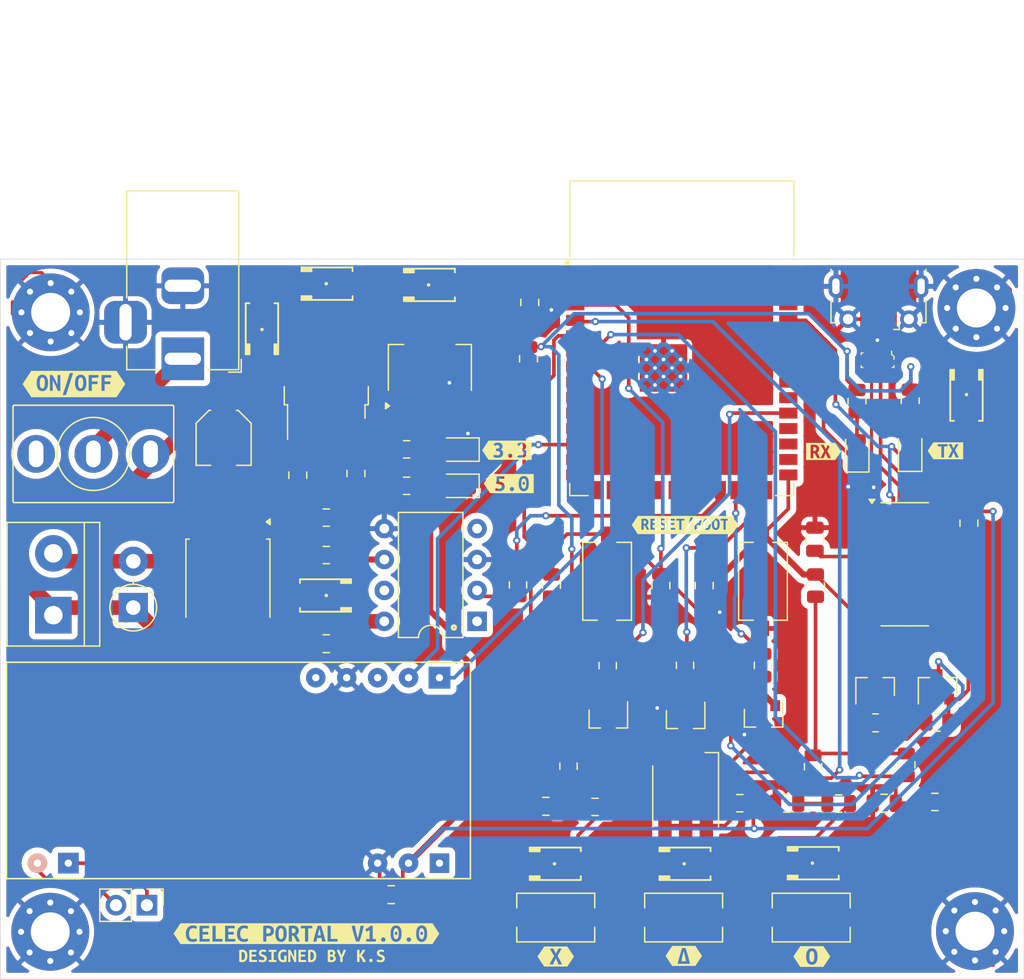
<source format=kicad_pcb>
(kicad_pcb (version 20240108) (generator "pcbnew") (generator_version "8.0")
  (layers (0 "F.Cu" signal) (31 "B.Cu" signal) (34 "B.Paste" user) (35 "F.Paste" user) (36 "B.SilkS" user "B.Silkscreen") (37 "F.SilkS" user "F.Silkscreen") (38 "B.Mask" user) (39 "F.Mask" user) (44 "Edge.Cuts" user))
  (net 0 "")
  (net 1 "GND")
  (net 2 "+5V")
  (net 3 "+3V3")
  (net 4 "VCC")
  (net 5 "bot3")
  (net 6 "bot2")
  (net 7 "bot1")
  (net 8 "/IO0")
  (net 9 "/EN")
  (net 10 "Net-(U4-V3)")
  (net 11 "Net-(D1-A)")
  (net 15 "USB_D-")
  (net 16 "USB_D+")
  (net 18 "Net-(D5-K)")
  (net 19 "Net-(D5-A)")
  (net 20 "VBUS")
  (net 21 "Net-(D7-A)")
  (net 22 "Net-(D8-A)")
  (net 23 "Net-(D9-A)")
  (net 24 "Net-(D11-A)")
  (net 25 "Net-(D12-A)")
  (net 26 "Net-(D14-A)")
  (net 27 "/RX")
  (net 28 "/TX")
  (net 29 "Net-(D15-A)")
  (net 31 "Net-(J2-Pad1)")
  (net 32 "Net-(J3-Pad2)")
  (net 33 "Net-(J3-Pad1)")
  (net 35 "Net-(OC1-Pad2)")
  (net 38 "Net-(Q2-B)")
  (net 39 "Net-(Q5-B)")
  (net 40 "/DTR")
  (net 41 "Net-(Q6-B)")
  (net 42 "/RTS")
  (net 43 "open{slash}close")
  (net 44 "led1")
  (net 45 "led2")
  (net 46 "led3")
  (net 48 "RXRFID")
  (net 50 "TXRFID")
  (net 84 "/d+")
  (net 85 "/d-")
  (net 86 "Net-(Q1-B)")
  (net 87 "Net-(Q4-B)")
  (net 88 "Net-(D16-RK)")
  (net 89 "Net-(D16-BA)")
  (net 90 "Net-(D16-BK)")
  (net 91 "Net-(D16-GK)")
  (footprint "PCM_4ms_Resistor:R_0805_2012Metric" (layer "F.Cu") (at 178.5241 97.2324 -90)
    (property "Reference" "R5" (hide yes))
    (property "Value" "R" (hide yes))
  )
  (footprint "kibuzzard-66BBE129" (layer "F.Cu") (at 160.3525 77.5208)
    (property "Reference" "kibuzzard-66BBE129" (hide yes))
    (property "Value" "G***" (hide yes))
  )
  (footprint "PCM_4ms_Resistor:R_0805_2012Metric" (layer "F.Cu") (at 160.3525 89.0524 90)
    (property "Reference" "R16" (hide yes))
    (property "Value" "R" (hide yes))
  )
  (footprint "Resistor_SMD:R_0805_2012Metric" (layer "F.Cu") (at 171.0713 82.4992 90)
    (property "Reference" "R18" (hide yes))
    (property "Value" "10k" (hide yes))
  )
  (footprint "MountingHole:MountingHole_3.2mm_M3_Pad_Via" (layer "F.Cu") (at 184.2793 59.69)
    (property "Reference" "H2" (hide yes))
    (property "Value" "MountingHole_Pad" (hide yes))
  )
  (footprint "Resistor_SMD:R_0805_2012Metric" (layer "F.Cu") (at 149.3797 82.4992 90)
    (property "Reference" "R19" (hide yes))
    (property "Value" "10k" (hide yes))
  )
  (footprint "PCM_4ms_Resistor:R_0805_2012Metric" (layer "F.Cu") (at 152.9588 100.6856 180)
    (property "Reference" "R7" (hide yes))
    (property "Value" "R" (hide yes))
  )
  (footprint "Connector_PinHeader_2.54mm:PinHeader_1x02_P2.54mm_Vertical" (layer "F.Cu") (at 116.1565 108.7628 -90)
    (property "Reference" "J3" (hide yes))
    (property "Value" "PINHD_1x2_Male" (hide yes))
  )
  (footprint "Package_TO_SOTSMD:SOT-23" (layer "F.Cu") (at 160.4033 93.4836 -90)
    (property "Reference" "Q1" (hide yes))
    (property "Value" "BC817" (hide yes))
  )
  (footprint "Resistor_SMD:R_0805_2012Metric" (layer "F.Cu") (at 174.4749 67.3396 -90)
    (property "Reference" "R22" (hide yes))
    (property "Value" "10k" (hide yes))
  )
  (footprint "MountingHole:MountingHole_3.2mm_M3_Pad_Via" (layer "F.Cu") (at 184.1653 110.8964)
    (property "Reference" "H3" (hide yes))
    (property "Value" "MountingHole_Pad" (hide yes))
  )
  (footprint "MountingHole:MountingHole_3.2mm_M3_Pad_Via" (layer "F.Cu") (at 108.2193 110.9472)
    (property "Reference" "H4" (hide yes))
    (property "Value" "MountingHole_Pad" (hide yes))
  )
  (footprint "kibuzzard-66BBF1BD" (layer "F.Cu") (at 181.7393 71.4248)
    (property "Reference" "kibuzzard-66BBF1BD" (hide yes))
    (property "Value" "G***" (hide yes))
  )
  (footprint "digikey-footprints:UFDFN-10_2.5x1mm" (layer "F.Cu") (at 176.1673 63.9769 180)
    (property "Reference" "D2" (hide yes))
    (property "Value" "RCLAMP0524PATCT" (hide yes))
  )
  (footprint "PCM_4ms_Resistor:R_0805_2012Metric" (layer "F.Cu") (at 137.4864 71.3042)
    (property "Reference" "R3" (hide yes))
    (property "Value" "R" (hide yes))
  )
  (footprint "Capacitor_SMD:C_0805_2012Metric" (layer "F.Cu") (at 128.5517 73.4244 -90)
    (property "Reference" "C5" (hide yes))
    (property "Value" "C" (hide yes))
  )
  (footprint "kibuzzard-66BBE052" (layer "F.Cu") (at 145.8745 74.1172)
    (property "Reference" "kibuzzard-66BBE052" (hide yes))
    (property "Value" "G***" (hide yes))
  )
  (footprint "Connector_USB:USB_Micro-B_Molex-105017-0001" (layer "F.Cu") (at 176.2421 59.1419 180)
    (property "Reference" "J1" (hide yes))
    (property "Value" "USB_B_Micro" (hide yes))
  )
  (footprint "LED_SMD:LED_0805_2012Metric" (layer "F.Cu") (at 141.7597 74.3014 180)
    (property "Reference" "D1" (hide yes))
    (property "Value" "LED" (hide yes))
  )
  (footprint "Capacitor_SMD:C_0805_2012Metric" (layer "F.Cu") (at 158.3713 82.4992 90)
    (property "Reference" "C15" (hide yes))
    (property "Value" "0.1uf" (hide yes))
  )
  (footprint "RDM6300 (2):RDM6300" (layer "F.Cu") (at 123.6749 97.6884)
    (property "Reference" "RDM1" (hide yes))
    (property "Value" "RDM6300" (hide yes))
  )
  (footprint "PCM_4ms_Resistor:R_0805_2012Metric" (layer "F.Cu") (at 146.6365 82.4484 -90)
    (property "Reference" "R11" (hide yes))
    (property "Value" "R" (hide yes))
  )
  (footprint "Capacitor_SMD:C_0805_2012Metric" (layer "F.Cu") (at 183.6697 77.3684 -90)
    (property "Reference" "C1" (hide yes))
    (property "Value" "0.1uf" (hide yes))
  )
  (footprint "Capacitor_SMD:C_Elec_4x5.4" (layer "F.Cu") (at 122.4557 70.358 -90)
    (property "Reference" "C13" (hide yes))
    (property "Value" "4.7 uf" (hide yes))
  )
  (footprint "LED_SMD:LED_RGB_5050-6" (layer "F.Cu") (at 160.4033 99.822 -90)
    (property "Reference" "D16" (hide yes))
    (property "Value" "LED_RGB" (hide yes))
  )
  (footprint "PCM_4ms_Resistor:R_0805_2012Metric" (layer "F.Cu") (at 164.8506 100.3808 180)
    (property "Reference" "R14" (hide yes))
    (property "Value" "R" (hide yes))
  )
  (footprint "LED_SMD:LED_0805_2012Metric" (layer "F.Cu") (at 178.8437 71.4267 90)
    (property "Reference" "D15" (hide yes))
    (property "Value" "LED_Small" (hide yes))
  )
  (footprint "PCM_4ms_Switch:Switch_Toggle_SPDT_Mini_SolderLug" (layer "F.Cu") (at 111.7613 71.6788 -90)
    (property "Reference" "SW4" (hide yes))
    (property "Value" "Toggle_SPDT_SubMini_2pos" (hide yes))
  )
  (footprint "Capacitor_SMD:C_0805_2012Metric" (layer "F.Cu") (at 147.5001 63.8556 -90)
    (property "Reference" "C4" (hide yes))
    (property "Value" "C" (hide yes))
  )
  (footprint "kibuzzard-66BBFAF7" (layer "F.Cu") (at 110.1621 65.9384)
    (property "Reference" "kibuzzard-66BBFAF7" (hide yes))
    (property "Value" "G***" (hide yes))
  )
  (footprint "Package_TO_SOT_SMD:SOT-223-3_TabPin2" (layer "F.Cu") (at 139.3952 64.5986 90)
    (property "Reference" "U2" (hide yes))
    (property "Value" "AMS1117-3.3" (hide yes))
  )
  (footprint "PCM_4ms_Diode:D_DO-214AC_SMA" (layer "F.Cu") (at 130.8885 57.6916)
    (property "Reference" "D4" (hide yes))
    (property "Value" "1N4007" (hide yes))
  )
  (footprint "Package_TO_SOTSMD:SOT-23" (layer "F.Cu") (at 181.0931 90.8216 90)
    (property "Reference" "Q6" (hide yes))
    (property "Value" "BC817" (hide yes))
  )
  (footprint "PCM_4ms_Diode:D_DO-214AC_SMA" (layer "F.Cu") (at 139.2936 57.7914)
    (property "Reference" "D3" (hide yes))
    (property "Value" "1N4007" (hide yes))
  )
  (footprint "PCM_4ms_Diode:D_DO-214AC_SMA" (layer "F.Cu") (at 170.8173 105.3084)
    (property "Reference" "D11" (hide yes))
    (property "Value" "SMAJ5CA" (hide yes))
  )
  (footprint "PCM_4ms_Resistor:R_0805_2012Metric" (layer "F.Cu") (at 170.8681 97.3836 -90)
    (property "Reference" "R10" (hide yes))
    (property "Value" "R" (hide yes))
  )
  (footprint "Capacitor_SMD:C_0805_2012Metric" (layer "F.Cu") (at 130.8885 87.2744)
    (property "Reference" "C6" (hide yes))
    (property "Value" "C" (hide yes))
  )
  (footprint "PCM_4ms_Resistor:R_0805_2012Metric" (layer "F.Cu") (at 150.7827 97.334 -90)
    (property "Reference" "R8" (hide yes))
    (property "Value" "R" (hide yes))
  )
  (footprint "PCM_4ms_Resistor:R_0805_2012Metric" (layer "F.Cu") (at 130.8885 79.987367 180)
    (property "Reference" "R12" (hide yes))
    (property "Value" "10" (hide yes))
  )
  (footprint "kibuzzard-66BBF090" (layer "F.Cu") (at 129.2629 111.0996)
    (property "Reference" "kibuzzard-66BBF090" (hide yes))
    (property "Value" "G***" (hide yes))
  )
  (footprint "PCM_4ms_Resistor:R_0805_2012Metric" (layer "F.Cu") (at 130.8885 76.913034 180)
    (property "Reference" "R13" (hide yes))
    (property "Value" "100k" (hide yes))
  )
  (footprint "Button_Switch_SMD:SW_Tactile_SPST_NO_Straight_CK_PTS636Sx25SMTRLFS" (layer "F.Cu") (at 160.2367 109.7788)
    (property "Reference" "SW3" (hide yes))
    (property "Value" "SW_Push" (hide yes))
  )
  (footprint "Button_Switch_SMD:SW_Tactile_SPST_NO_Straight_CK_PTS636Sx25SMTRLFS" (layer "F.Cu") (at 149.7353 109.7788)
    (property "Reference" "SW2" (hide yes))
    (property "Value" "SW_Push" (hide yes))
  )
  (footprint "PCM_4ms_Diode:D_DO-214AC_SMA" (layer "F.Cu") (at 149.6337 105.3592)
    (property "Reference" "D8" (hide yes))
    (property "Value" "SMAJ5CA" (hide yes))
  )
  (footprint "PCM_4ms_Diode:D_DO-214AC_SMA" (layer "F.Cu") (at 125.6053 61.4568 90)
    (property "Reference" "D10" (hide yes))
    (property "Value" "SMAJ15CA" (hide yes))
  )
  (footprint "PCM_4ms_Diode:D_DO-214AC_SMA" (layer "F.Cu") (at 130.8885 83.312 180)
    (property "Reference" "D5" (hide yes))
    (property "Value" "1N4007" (hide yes))
  )
  (footprint "kibuzzard-66BBEF08" (layer "F.Cu") (at 160.2509 112.9284)
    (property "Reference" "kibuzzard-66BBEF08" (hide yes))
    (property "Value" "G***" (hide yes))
  )
  (footprint "Capacitor_SMD:C_0805_2012Metric" (layer "F.Cu") (at 133.3269 73.2872 -90)
    (property "Reference" "C3" (hide yes))
    (property "Value" "0.1uf" (hide yes))
  )
  (footprint "Connector_BarrelJack:BarrelJack_Horizontal" (layer "F.Cu") (at 119.1029 63.8612 -90)
    (property "Reference" "J2" (hide yes))
    (property "Value" "Barrel_Jack_Switch" (hide yes))
  )
  (footprint "Capacitor_SMD:C_0805_2012Metric" (layer "F.Cu") (at 148.9225 100.6348 180)
    (property "Reference" "C11" (hide yes))
    (property "Value" "0.1uf" (hide yes))
  )
  (footprint "Capacitor_SMD:C_0805_2012Metric" (layer "F.Cu") (at 168.7031 100.3796 180)
    (property "Reference" "C12" (hide yes))
    (property "Value" "0.1uf" (hide yes))
  )
  (footprint "RF_Module:ESP32-S3-WROOM-1" (layer "F.Cu") (at 160.0861 62.156)
    (property "Reference" "U5" (hide yes))
    (property "Value" "ESP32-S3-WROOM-1" (hide yes))
  )
  (footprint "Capacitor_SMD:C_0805_2012Metric" (layer "F.Cu") (at 136.2225 107.8992)
    (property "Reference" "C16" (hide yes))
    (property "Value" "100nf" (hide yes))
  )
  (footprint "kibuzzard-66BBEED0" (layer "F.Cu") (at 149.7353 112.9792)
    (property "Reference" "kibuzzard-66BBEED0" (hide yes))
    (property "Value" "G***" (hide yes))
  )
  (footprint "TerminalBlock:TerminalBlock_bornier-2_P5.08mm" (layer "F.Cu") (at 108.4747 84.929 90)
    (property "Reference" "J4" (hide yes))
    (property "Value" "Screw_Terminal_01x02" (hide yes))
  )
  (footprint "PCM_4ms_Resistor:R_0805_2012Metric" (layer "F.Cu") (at 166.7533 89.0524 90)
    (property "Reference" "R15" (hide yes))
    (property "Value" "R" (hide yes))
  )
  (footprint "Diode_THT:D_DO-15_P3.81mm_Vertical_AnodeUp" (layer "F.Cu") (at 115.0379 84.3088 90)
    (property "Reference" "D12" (hide yes))
    (property "Value" "1N4148W" (hide yes))
  )
  (footprint "Capacitor_SMD:C_0805_2012Metric" (layer "F.Cu") (at 176.7101 100.3808 180)
    (property "Reference" "C10" (hide yes))
    (property "Value" "0.1uf" (hide yes))
  )
  (footprint "kibuzzard-66BBE167" (layer "F.Cu") (at 145.7221 71.374)
    (property "Reference" "kibuzzard-66BBE167" (hide yes))
    (property "Value" "G***" (hide yes))
  )
  (footprint "PCM_Package_DIP_AKL:DIP-8_W7.62mm" (layer "F.Cu") (at 143.2737 85.4356 180)
    (property "Reference" "OC1" (hide yes))
    (property "Value" "TLP350" (hide yes))
  )
  (footprint "Capacitor_SMD:C_0805_2012Metric" (layer "F.Cu") (at 171.0205 78.6892 90)
    (property "Reference" "C17" (hide yes))
    (property "Value" "100nf" (hide yes))
  )
  (footprint "LED_SMD:LED_0805_2012Metric" (layer "F.Cu") (at 141.7597 71.3232 180)
    (property "Reference" "D7" (hide yes))
    (property "Value" "LED" (hide yes))
  )
  (footprint "kibuzzard-66BBF1B2" (layer "F.Cu") (at 171.7317 71.4756)
    (property "Reference" "kibuzzard-66BBF1B2" (hide yes))
    (property "Value" "G***" (hide yes))
  )
  (footprint "Package_TO_SOTSMD:SOT-23" (layer "F.Cu") (at 166.8041 93.366 -90)
    (property "Reference" "Q4" (hide yes))
    (property "Value" "BC817" (hide yes))
  )
  (footprint "Button_Switch_SMD:SW_Tactile_SPST_NO_Straight_CK_PTS636Sx25SMTRLFS" (layer "F.Cu") (at 166.7533 82.1436 -90)
    (property "Reference" "SW5" (hide yes))
    (property "Value" "SW_Push" (hide yes))
  )
  (footprint "PCM_4ms_Resistor:R_0805_2012Metric" (layer "F.Cu") (at 180.8757 100.2792 180)
    (property "Reference" "R6" (hide yes))
    (property "Value" "R" (hide yes))
  )
  (footprint "Resistor_SMD:R_0805_2012Metric" (layer "F.Cu") (at 178.8437 67.3119 -90)
    (property "Reference" "R23" (hide yes))
    (property "Value" "10k" (hide yes))
  )
  (footprint "PCM_4ms_Diode:D_DO-214AC_SMA" (layer "F.Cu") (at 183.4665 66.802 -90)
    (property "Reference" "D6" (hide yes))
    (property "Value" "D_Schottky_Generic" (hide yes))
  )
  (footprint "Package_SO:SOIC-16_3.9x9.9mm_P1.27mm" (layer "F.Cu") (at 178.4007 80.7466)
    (property "Reference" "U4" (hide yes))
    (property "Value" "CH340C" (hide yes))
  )
  (footprint "Capacitor_SMD:C_0805_2012Metric" (layer "F.Cu") (at 161.9273 82.4992 90)
    (property "Reference" "C14" (hide yes))
    (property "Value" "0.1uf" (hide yes))
  )
  (footprint "Button_Switch_SMD:SW_Tactile_SPST_NO_Straight_CK_PTS636Sx25SMTRLFS" (layer "F.Cu") (at 170.7157 109.7788)
    (property "Reference" "SW1" (hide yes))
    (property "Value" "SW_Push" (hide yes))
  )
  (footprint "MountingHole:MountingHole_3.2mm_M3_Pad_Via" (layer "F.Cu") (at 108.252356 60.0456)
    (property "Reference" "H1" (hide yes))
    (property "Value" "MountingHole_Pad" (hide yes))
  )
  (footprint "PCM_4ms_Resistor:R_0805_2012Metric" (layer "F.Cu") (at 172.9703 100.4096 180)
    (property "Reference" "R9" (hide yes))
    (property "Value" "R" (hide yes))
  )
  (footprint "Button_Switch_SMD:SW_Tactile_SPST_NO_Straight_CK_PTS636Sx25SMTRLFS" (layer "F.Cu") (at 153.9517 82.1436 -90)
    (property "Reference" "SW6" (hide yes))
    (property "Value" "SW_Push" (hide yes))
  )
  (footprint "Resistor_SMD:R_0805_2012Metric" (layer "F.Cu") (at 181.0789 93.726)
    (property "Reference" "R20" (hide yes))
    (property "Value" "10k" (hide yes))
  )
  (footprint "Package_TO_SOTSMD:SOT-23" (layer "F.Cu") (at 175.9623 90.8216 90)
    (property "Reference" "Q5" (hide yes))
    (property "Value" "BC817" (hide yes))
  )
  (footprint "LED_SMD:LED_0805_2012Metric" (layer "F.Cu") (at 174.4987 71.4836 90)
    (property "Reference" "D14" (hide yes))
    (property "Value" "LED_Small" (hide yes))
  )
  (footprint "kibuzzard-66BC06DF" (layer "F.Cu") (at 129.7201 112.9284)
    (property "Reference" "kibuzzard-66BC06DF" (hide yes))
    (property "Value" "G***" (hide yes))
  )
  (footprint "PCM_4ms_Diode:D_DO-214AC_SMA" (layer "F.Cu") (at 160.2875 105.3592)
    (property "Reference" "D9" (hide yes))
    (property "Value" "SMAJ5CA" (hide yes))
  )
  (footprint "Package_TO_SOTSMD:SOT-23" (layer "F.Cu") (at 154.0533 93.4401 -90)
    (property "Reference" "Q2" (hide yes))
    (property "Value" "BC817" (hide yes))
  )
  (footprint "Capacitor_SMD:C_0805_2012Metric" (layer "F.Cu") (at 147.6017 59.2328 -90)
    (property "Reference" "C7" (hide yes))
    (property "Value" "0.1uf" (hide yes))
  )
  (footprint "PCM_4ms_Package_TO:TO-252-2" (layer "F.Cu") (at 130.8885 65.1764 90)
    (property "Reference" "U3" (hide yes))
    (property "Value" "L7805" (hide yes))
  )
  (footprint "PCM_4ms_Resistor:R_0805_2012Metric" (layer "F.Cu") (at 137.4864 74.3014)
    (property "Reference" "R4" (hide yes))
    (property "Value" "R" (hide yes))
  )
  (footprint "PCM_4ms_Resistor:R_0805_2012Metric" (layer "F.Cu") (at 154.0025 89.0757 90)
    (property "Reference" "R17" (hide yes))
    (property "Value" "R" (hide yes))
  )
  (footprint "Resistor_SMD:R_0805_2012Metric" (layer "F.Cu") (at 176.0008 93.7768 180)
    (property "Reference" "R21" (hide yes))
    (property "Value" "10k" (hide yes))
  )
  (footprint "Package_TO_SOT_SMD:TO-252-2" (layer "F.Cu") (at 122.8113 81.9912 -90)
    (property "Reference" "Q3" (hide yes))
    (property "Value" "IRLU3114Z" (hide yes))
  )
  (footprint "kibuzzard-66BBEF2E" (layer "F.Cu") (at 170.7665 112.9792)
    (property "Reference" "kibuzzard-66BBEF2E" (hide yes))
    (property "Value" "G***" (hide yes))
  )
  (gr_rect (start 104.1169 55.6768) (end 188.1909 114.808) (stroke (width 0.05)) (fill none) (layer "Edge.Cuts"))
  (segment (start 109.357556 112.999856) (end 107.6605 111.3028) (width 0.3) (layer "F.Cu") (net 1))
  (segment (start 187.0733 110.308688) (end 186.370356 109.605744) (width 0.254) (layer "F.Cu") (net 1))
  (segment (start 105.1081 59.182) (end 107.5081 59.182) (width 0.254) (layer "F.Cu") (net 1))
  (segment (start 155.8019 86.0186) (end 158.3713 83.4492) (width 0.3) (layer "F.Cu") (net 1))
  (segment (start 158.5861 63.916) (end 158.5861 65.316) (width 0.254) (layer "F.Cu") (net 1))
  (segment (start 187.065044 58.167232) (end 186.3621 57.464288) (width 0.254) (layer "F.Cu") (net 1))
  (segment (start 105.963444 109.605744) (end 107.6605 111.3028) (width 0.3) (layer "F.Cu") (net 1))
  (segment (start 110.0605 111.3028) (end 107.6605 111.3028) (width 0.3) (layer "F.Cu") (net 1))
  (segment (start 142.6972 70.1779) (end 142.5217 70.0024) (width 0.254) (layer "F.Cu") (net 1))
  (segment (start 186.3621 57.464288) (end 185.367988 57.464288) (width 0.254) (layer "F.Cu") (net 1))
  (segment (start 131.826 75.7381) (end 133.3269 74.2372) (width 0.3) (layer "F.Cu") (net 1))
  (segment (start 186.370356 112.005744) (end 187.0733 111.3028) (width 0.254) (layer "F.Cu") (net 1))
  (segment (start 147.9725 105.8916) (end 147.8953 105.9688) (width 0.3) (layer "F.Cu") (net 1))
  (segment (start 132.728566 77.8156) (end 131.826 76.913034) (width 0.3) (layer "F.Cu") (net 1))
  (segment (start 108.211044 57.484944) (end 107.5081 56.782) (width 0.254) (layer "F.Cu") (net 1))
  (segment (start 120.5313 76.9512) (end 120.5313 73.9574) (width 0.3) (layer "F.Cu") (net 1))
  (segment (start 159.9861 65.316) (end 159.9861 63.916) (width 0.254) (layer "F.Cu") (net 1))
  (segment (start 142.6972 71.3232) (end 142.6972 70.1779) (width 0.254) (layer "F.Cu") (net 1))
  (segment (start 156.3617 108.0546) (end 158.4475 105.9688) (width 0.3) (layer "F.Cu") (net 1))
  (segment (start 185.367988 57.464288) (end 184.665044 56.761344) (width 0.254) (layer "F.Cu") (net 1))
  (segment (start 105.1081 59.182) (end 105.1081 60.176112) (width 0.254) (layer "F.Cu") (net 1))
  (segment (start 129.287366 74.3744) (end 128.5517 74.3744) (width 0.3) (layer "F.Cu") (net 1))
  (segment (start 166.8407 108.1054) (end 168.9265 106.0196) (width 0.3) (layer "F.Cu") (net 1))
  (segment (start 156.3617 109.7788) (end 156.3617 108.0546) (width 0.3) (layer "F.Cu") (net 1))
  (segment (start 153.9517 86.0186) (end 155.8019 86.0186) (width 0.3) (layer "F.Cu") (net 1))
  (segment (start 135.6537 77.8156) (end 132.728566 77.8156) (width 0.3) (layer "F.Cu") (net 1))
  (segment (start 109.357556 109.605744) (end 107.6605 111.3028) (width 0.3) (layer "F.Cu") (net 1))
  (segment (start 186.370356 109.605744) (end 184.6733 111.3028) (width 0.254) (layer "F.Cu") (net 1))
  (segment (start 184.6733 113.7028) (end 185.667412 113.7028) (width 0.254) (layer "F.Cu") (net 1))
  (segment (start 187.0733 111.3028) (end 187.0733 110.308688) (width 0.254) (layer "F.Cu") (net 1))
  (segment (start 159.2861 63.216) (end 157.8861 63.216) (width 0.254) (layer "F.Cu") (net 1))
  (segment (start 164.1839 83.4492) (end 166.7533 86.0186) (width 0.3) (layer "F.Cu") (net 1))
  (segment (start 106.513988 56.782) (end 105.811044 57.484944) (width 0.254) (layer "F.Cu") (net 1))
  (segment (start 131.826 76.913034) (end 129.287366 74.3744) (width 0.3) (layer "F.Cu") (net 1))
  (segment (start 107.6605 113.7028) (end 107.6605 111.3028) (width 0.3) (layer "F.Cu") (net 1))
  (segment (start 105.2605 111.3028) (end 107.6605 111.3028) (width 0.3) (layer "F.Cu") (net 1))
  (segment (start 159.2861 66.016) (end 159.9861 65.316) (width 0.254) (layer "F.Cu") (net 1))
  (segment (start 159.2861 66.016) (end 159.2861 64.616) (width 0.254) (layer "F.Cu") (net 1))
  (segment (start 105.1081 60.176112) (end 105.811044 60.879056) (width 0.254) (layer "F.Cu") (net 1))
  (segment (start 182.976244 112.999856) (end 184.6733 111.3028) (width 0.254) (layer "F.Cu") (net 1))
  (segment (start 124.7971 74.3744) (end 122.4557 72.033) (width 0.3) (layer "F.Cu") (net 1))
  (segment (start 107.6605 108.9028) (end 107.6605 111.3028) (width 0.3) (layer "F.Cu") (net 1))
  (segment (start 128.5517 74.3744) (end 124.7971 74.3744) (width 0.3) (layer "F.Cu") (net 1))
  (segment (start 158.5861 63.916) (end 157.8861 64.616) (width 0.254) (layer "F.Cu") (net 1))
  (segment (start 145.8603 108.0038) (end 147.8953 105.9688) (width 0.3) (layer "F.Cu") (net 1))
  (segment (start 175.8465 76.2224) (end 175.9257 76.3016) (width 0.3) (layer "F.Cu") (net 1))
  (segment (start 107.5081 56.782) (end 106.513988 56.782) (width 0.254) (layer "F.Cu") (net 1))
  (segment (start 161.9273 83.4492) (end 164.1839 83.4492) (width 0.3) (layer "F.Cu") (net 1))
  (segment (start 174.9421 60.6044) (end 174.9421 58.2044) (width 0.3) (layer "F.Cu") (net 1))
  (segment (start 109.205156 57.484944) (end 108.211044 57.484944) (width 0.254) (layer "F.Cu") (net 1))
  (segment (start 147.9725 100.6348) (end 147.9725 105.8916) (width 0.3) (layer "F.Cu") (net 1))
  (segment (start 176.1513 63.5734) (end 176.1673 63.5894) (width 0.254) (layer "F.Cu") (net 1))
  (segment (start 135.2725 107.8992) (end 135.2725 105.476) (width 0.3) (layer "F.Cu") (net 1))
  (segment (start 174.9421 60.6044) (end 173.7421 60.6044) (width 0.3) (layer "F.Cu") (net 1))
  (segment (start 174.9421 58.2044) (end 175.2421 57.9044) (width 0.3) (layer "F.Cu") (net 1))
  (segment (start 176.1513 62.3316) (end 176.1513 63.5734) (width 0.254) (layer "F.Cu") (net 1))
  (segment (start 187.065044 60.155456) (end 186.3621 60.8584) (width 0.254) (layer "F.Cu") (net 1))
  (segment (start 157.8861 66.016) (end 157.1861 65.316) (width 0.254) (layer "F.Cu") (net 1))
  (segment (start 157.1861 63.916) (end 157.8861 64.616) (width 0.254) (layer "F.Cu") (net 1))
  (segment (start 131.826 76.913034) (end 131.826 75.7381) (width 0.3) (layer "F.Cu") (net 1))
  (segment (start 187.065044 59.161344) (end 187.065044 60.155456) (width 0.254) (layer "F.Cu") (net 1))
  (segment (start 135.2725 105.476) (end 135.1049 105.3084) (width 0.3) (layer "F.Cu") (net 1))
  (segment (start 187.065044 59.161344) (end 187.065044 58.167232) (width 0.254) (layer "F.Cu") (net 1))
  (segment (start 157.8861 66.016) (end 159.2861 66.016) (width 0.254) (layer "F.Cu") (net 1))
  (segment (start 145.8603 109.7788) (end 145.8603 108.0038) (width 0.3) (layer "F.Cu") (net 1))
  (segment (start 120.5313 73.9574) (end 122.4557 72.033) (width 0.3) (layer "F.Cu") (net 1))
  (segment (start 166.8407 109.7788) (end 166.8407 108.1054) (width 0.3) (layer "F.Cu") (net 1))
  (via (at 173.7637 74.3712) (size 0.6) (drill 0.3) (layers "F.Cu" "B.Cu") (net 1))
  (via (at 149.3797 59.8424) (size 0.6) (drill 0.3) (layers "F.Cu" "B.Cu") (net 1))
  (via (at 175.8465 74.422) (size 0.6) (drill 0.3) (layers "F.Cu" "B.Cu") (net 1))
  (via (at 165.2293 94.742) (size 0.6) (drill 0.3) (layers "F.Cu" "B.Cu") (net 1))
  (via (at 163.1973 84.6836) (size 0.6) (drill 0.3) (layers "F.Cu" "B.Cu") (net 1))
  (via (at 158.0665 92.5576) (size 0.6) (drill 0.3) (layers "F.Cu" "B.Cu") (net 1))
  (via (at 142.5217 70.0024) (size 0.6) (drill 0.3) (layers "F.Cu" "B.Cu") (net 1))
  (via (at 176.1513 62.3316) (size 0.6) (drill 0.3) (layers "F.Cu" "B.Cu") (net 1))
  (via (at 140.9977 65.8368) (size 0.6) (drill 0.3) (layers "F.Cu" "B.Cu") (net 1))
  (segment (start 168.2081 98.7876) (end 160.3929 90.9724) (width 0.3) (layer "B.Cu") (net 1))
  (segment (start 136.8037 78.9656) (end 135.6537 77.8156) (width 0.3) (layer "B.Cu") (net 1))
  (segment (start 174.904539 98.7876) (end 168.2081 98.7876) (width 0.3) (layer "B.Cu") (net 1))
  (segment (start 175.8465 97.845639) (end 174.904539 98.7876) (width 0.3) (layer "B.Cu") (net 1))
  (segment (start 133.1685 72.1788) (end 133.3269 72.3372) (width 0.5) (layer "F.Cu") (net 2))
  (segment (start 183.6189 68.7944) (end 183.6189 76.3676) (width 0.3) (layer "F.Cu") (net 2))
  (segment (start 144.5537 72.3392) (end 144.5537 70.6071) (width 0.5) (layer "F.Cu") (net 2))
  (segment (start 135.1557 60.0893) (end 135.1557 67.3892) (width 0.5) (layer "F.Cu") (net 2))
  (segment (start 142.4201 100.5332) (end 137.6449 105.3084) (width 0.5) (layer "F.Cu") (net 2))
  (segment (start 135.1557 67.3892) (end 133.1685 69.3764) (width 0.5) (layer "F.Cu") (net 2))
  (segment (start 133.1897 72.4744) (end 133.3269 72.3372) (width 0.5) (layer "F.Cu") (net 2))
  (segment (start 137.3538 57.6916) (end 137.4536 57.7914) (width 0.5) (layer "F.Cu") (net 2))
  (segment (start 137.4536 57.7914) (end 135.1557 60.0893) (width 0.5) (layer "F.Cu") (net 2))
  (segment (start 133.1685 69.3764) (end 133.1685 72.1788) (width 0.5) (layer "F.Cu") (net 2))
  (segment (start 132.7285 57.6916) (end 137.3538 57.6916) (width 0.5) (layer "F.Cu") (net 2))
  (segment (start 183.6697 76.4184) (end 180.9925 76.4184) (width 0.3) (layer "F.Cu") (net 2))
  (segment (start 183.4665 68.642) (end 183.6189 68.7944) (width 0.3) (layer "F.Cu") (net 2))
  (segment (start 139.4229 84.582) (end 141.1501 86.3092) (width 0.5) (layer "F.Cu") (net 2))
  (segment (start 139.4229 78.0288) (end 139.4229 84.582) (width 0.5) (layer "F.Cu") (net 2))
  (segment (start 144.5537 70.6071) (end 141.6952 67.7486) (width 0.5) (layer "F.Cu") (net 2))
  (segment (start 128.5517 72.4744) (end 133.1897 72.4744) (width 0.5) (layer "F.Cu") (net 2))
  (segment (start 136.5489 75.1548) (end 139.4229 78.0288) (width 0.5) (layer "F.Cu") (net 2))
  (segment (start 133.3269 72.3372) (end 134.5847 72.3372) (width 0.5) (layer "F.Cu") (net 2))
  (segment (start 134.5847 72.3372) (end 136.5489 74.3014) (width 0.5) (layer "F.Cu") (net 2))
  (segment (start 141.1501 87.3252) (end 142.4201 88.5952) (width 0.5) (layer "F.Cu") (net 2))
  (segment (start 142.4201 88.5952) (end 142.4201 100.5332) (width 0.5) (layer "F.Cu") (net 2))
  (segment (start 183.6189 76.3676) (end 183.6697 76.4184) (width 0.3) (layer "F.Cu") (net 2))
  (segment (start 137.1725 105.7808) (end 137.6449 105.3084) (width 0.3) (layer "F.Cu") (net 2))
  (segment (start 137.1725 107.8992) (end 137.1725 105.7808) (width 0.3) (layer "F.Cu") (net 2))
  (segment (start 165.9636 102.3851) (end 166.0421 102.4636) (width 0.3) (layer "F.Cu") (net 2))
  (segment (start 136.5489 74.3014) (end 136.5489 75.1548) (width 0.5) (layer "F.Cu") (net 2))
  (segment (start 165.9636 100.3808) (end 165.9636 102.3851) (width 0.3) (layer "F.Cu") (net 2))
  (segment (start 143.8425 73.0504) (end 144.5537 72.3392) (width 0.5) (layer "F.Cu") (net 2))
  (segment (start 137.7999 73.0504) (end 143.8425 73.0504) (width 0.5) (layer "F.Cu") (net 2))
  (segment (start 185.6509 76.4032) (end 183.6849 76.4032) (width 0.3) (layer "F.Cu") (net 2))
  (segment (start 136.5489 74.3014) (end 137.7999 73.0504) (width 0.5) (layer "F.Cu") (net 2))
  (segment (start 180.9925 76.4184) (end 180.8757 76.3016) (width 0.3) (layer "F.Cu") (net 2))
  (segment (start 183.6849 76.4032) (end 183.6697 76.4184) (width 0.3) (layer "F.Cu") (net 2))
  (segment (start 141.1501 86.3092) (end 141.1501 87.3252) (width 0.5) (layer "F.Cu") (net 2))
  (via (at 166.0421 102.4636) (size 0.6) (drill 0.3) (layers "F.Cu" "B.Cu") (net 2))
  (via (at 185.6509 76.4032) (size 0.6) (drill 0.3) (layers "F.Cu" "B.Cu") (net 2))
  (segment (start 137.6449 105.3084) (end 140.4897 102.4636) (width 0.3) (layer "B.Cu") (net 2))
  (segment (start 140.4897 102.4636) (end 166.0421 102.4636) (width 0.3) (layer "B.Cu") (net 2))
  (segment (start 175.3385 102.4636) (end 185.6509 92.1512) (width 0.3) (layer "B.Cu") (net 2))
  (segment (start 185.6509 92.1512) (end 185.6509 76.4032) (width 0.3) (layer "B.Cu") (net 2))
  (segment (start 166.0421 102.4636) (end 175.3385 102.4636) (width 0.3) (layer "B.Cu") (net 2))
  (segment (start 150.7827 96.3965) (end 151.482699 96.3965) (width 0.3) (layer "F.Cu") (net 3))
  (segment (start 139.3952 69.1157) (end 139.3952 67.7486) (width 0.5) (layer "F.Cu") (net 3))
  (segment (start 139.3952 60.7845) (end 141.1336 59.0461) (width 0.5) (layer "F.Cu") (net 3))
  (segment (start 148.5265 62.865476) (end 147.540224 62.865476) (width 0.3) (layer "F.Cu") (net 3))
  (segment (start 145.5189 60.9244) (end 147.5001 62.9056) (width 0.5) (layer "F.Cu") (net 3))
  (segment (start 171.0193 96.2949) (end 170.8681 96.4461) (width 0.3) (layer "F.Cu") (net 3))
  (segment (start 173.6621 65.6143) (end 174.4749 66.4271) (width 0.3) (layer "F.Cu") (net 3))
  (segment (start 141.1336 59.0461) (end 141.1336 57.7914) (width 0.5) (layer "F.Cu") (net 3))
  (segment (start 173.6621 63.246) (end 173.6621 65.6143) (width 0.3) (layer "F.Cu") (net 3))
  (segment (start 151.0561 81.7353) (end 151.0561 79.5528) (width 0.3) (layer "F.Cu") (net 3))
  (segment (start 149.3797 83.4117) (end 151.0561 81.7353) (width 0.3) (layer "F.Cu") (net 3))
  (segment (start 151.482699 96.3965) (end 153.858199 98.772) (width 0.3) (layer "F.Cu") (net 3))
  (segment (start 169.4734 97.8408) (end 170.8681 96.4461) (width 0.3) (layer "F.Cu") (net 3))
  (segment (start 151.0561 79.502) (end 151.05368 79.49958) (width 0.3) (layer "F.Cu") (net 3))
  (segment (start 151.2193 58.2828) (end 151.3361 58.166) (width 0.5) (layer "F.Cu") (net 3))
  (segment (start 147.6017 58.2828) (end 145.5189 58.2828) (width 0.5) (layer "F.Cu") (net 3))
  (segment (start 147.6017 58.2828) (end 151.2193 58.2828) (width 0.5) (layer "F.Cu") (net 3))
  (segment (start 136.5489 71.3042) (end 137.6989 70.1542) (width 0.5) (layer "F.Cu") (net 3))
  (segment (start 153.858199 98.772) (end 163.105207 98.772) (width 0.3) (layer "F.Cu") (net 3))
  (segment (start 150.7827 96.3965) (end 149.3797 94.9935) (width 0.3) (layer "F.Cu") (net 3))
  (segment (start 164.036407 97.8408) (end 169.4734 97.8408) (width 0.3) (layer "F.Cu") (net 3))
  (segment (start 141.625 58.2828) (end 141.1336 57.7914) (width 0.5) (layer "F.Cu") (net 3))
  (segment (start 139.3952 67.7486) (end 139.3952 61.4486) (width 0.5) (layer "F.Cu") (net 3))
  (segment (start 178.8945 66.3486) (end 178.8437 66.3994) (width 0.3) (layer "F.Cu") (net 3))
  (segment (start 137.6989 70.1542) (end 138.3567 70.1542) (width 0.5) (layer "F.Cu") (net 3))
  (segment (start 145.5189 58.2828) (end 141.625 58.2828) (width 0.5) (layer "F.Cu") (net 3))
  (segment (start 145.5189 58.2828) (end 145.5189 60.9244) (width 0.5) (layer "F.Cu") (net 3))
  (segment (start 163.105207 98.772) (end 164.036407 97.8408) (width 0.3) (layer "F.Cu") (net 3))
  (segment (start 171.0713 96.2429) (end 170.8681 96.4461) (width 0.3) (layer "F.Cu") (net 3))
  (segment (start 149.3797 94.9935) (end 149.3797 83.4117) (width 0.3) (layer "F.Cu") (net 3))
  (segment (start 178.5241 96.2949) (end 171.0193 96.2949) (width 0.3) (layer "F.Cu") (net 3))
  (segment (start 171.0713 83.4117) (end 171.0713 96.2429) (width 0.3) (layer "F.Cu") (net 3))
  (segment (start 151.0561 79.5528) (end 151.0561 79.502) (width 0.3) (layer "F.Cu") (net 3))
  (segment (start 147.540224 62.865476) (end 147.5001 62.9056) (width 0.3) (layer "F.Cu") (net 3))
  (segment (start 178.8945 64.516) (end 178.8945 66.3486) (width 0.3) (layer "F.Cu") (net 3))
  (segment (start 138.3567 70.1542) (end 139.3952 69.1157) (width 0.5) (layer "F.Cu") (net 3))
  (segment (start 139.3952 61.4486) (end 139.3952 60.7845) (width 0.5) (layer "F.Cu") (net 3))
  (via (at 148.5265 62.865476) (size 0.6) (drill 0.3) (layers "F.Cu" "B.Cu") (net 3))
  (via (at 178.8945 64.516) (size 0.6) (drill 0.3) (layers "F.Cu" "B.Cu") (net 3))
  (via (at 173.6621 63.246) (size 0.6) (drill 0.3) (layers "F.Cu" "B.Cu") (net 3))
  (via (at 151.05368 79.49958) (size 0.6) (drill 0.3) (layers "F.Cu" "B.Cu") (net 3))
  (segment (start 174.8305 66.4972) (end 178.0309 66.4972) (width 0.3) (layer "B.Cu") (net 3))
  (segment (start 170.5229 60.1576) (end 173.3573 62.992) (width 0.3) (layer "B.Cu") (net 3))
  (segment (start 149.9893 63.5508) (end 149.9893 75.890361) (width 0.3) (layer "B.Cu") (net 3))
  (segment (start 178.8945 65.6336) (end 178.8945 64.516) (width 0.3) (layer "B.Cu") (net 3))
  (segment (start 178.0309 66.4972) (end 178.8945 65.6336) (width 0.3) (layer "B.Cu") (net 3))
  (segment (start 151.234376 60.1576) (end 170.5229 60.1576) (width 0.3) (layer "B.Cu") (net 3))
  (segment (start 178.8945 64.516) (end 178.8945 64.4652) (width 0.3) (layer "B.Cu") (net 3))
  (segment (start 151.05368 76.954741) (end 151.05368 79.49958) (width 0.3) (layer "B.Cu") (net 3))
  (segment (start 173.6621 63.246) (end 173.6621 65.3288) (width 0.3) (layer "B.Cu") (net 3))
  (segment (start 149.9893 75.890361) (end 151.05368 76.954741) (width 0.3) (layer "B.Cu") (net 3))
  (segment (start 148.5265 62.865476) (end 149.303976 62.865476) (width 0.3) (layer "B.Cu") (net 3))
  (segment (start 173.6113 63.246) (end 173.6621 63.246) (width 0.3) (layer "B.Cu") (net 3))
  (segment (start 173.3573 62.992) (end 173.6113 63.246) (width 0.3) (layer "B.Cu") (net 3))
  (segment (start 148.5265 62.865476) (end 151.234376 60.1576) (width 0.3) (layer "B.Cu") (net 3))
  (segment (start 149.303976 62.865476) (end 149.9893 63.5508) (width 0.3) (layer "B.Cu") (net 3))
  (segment (start 173.6621 65.3288) (end 174.8305 66.4972) (width 0.3) (layer "B.Cu") (net 3))
  (segment (start 123.3813 59.7296) (end 124.3353 59.7296) (width 1.2) (layer "F.Cu") (net 4))
  (segment (start 131.0523 85.4356) (end 135.6537 85.4356) (width 1.2) (layer "F.Cu") (net 4))
  (segment (start 124.3353 59.7296) (end 126.3733 57.6916) (width 1.2) (layer "F.Cu") (net 4))
  (segment (start 108.6889 75.2856) (end 113.7181 75.2856) (width 1.2) (layer "F.Cu") (net 4))
  (segment (start 115.0379 84.3088) (end 118.7147 87.9856) (width 1.2) (layer "F.Cu") (net 4))
  (segment (start 108.3649 84.3088) (end 105.8441 81.788) (width 1.2) (layer "F.Cu") (net 4))
  (segment (start 105.8441 78.1304) (end 108.6889 75.2856) (width 1.2) (layer "F.Cu") (net 4))
  (segment (start 129.2273 87.9856) (end 129.9385 87.2744) (width 1.2) (layer "F.Cu") (net 4))
  (segment (start 126.3733 57.6916) (end 129.0485 57.6916) (width 1.2) (layer "F.Cu") (net 4))
  (segment (start 122.8113 68.3274) (end 122.8113 60.2996) (width 1.2) (layer "F.Cu") (net 4))
  (segment (start 122.4557 68.683) (end 127.9151 68.683) (width 1.2) (layer "F.Cu") (net 4))
  (segment (start 115.0379 84.3088) (end 108.3649 84.3088) (width 1.2) (layer "F.Cu") (net 4))
  (segment (start 127.9151 68.683) (end 128.6085 69.3764) (width 1.2) (layer "F.Cu") (net 4))
  (segment (start 129.9385 87.2744) (end 129.9385 86.5494) (width 1.2) (layer "F.Cu") (net 4))
  (segment (start 105.8441 81.788) (end 105.8441 78.1304) (width 1.2) (layer "F.Cu") (net 4))
  (segment (start 122.4557 68.683) (end 122.8113 68.3274) (width 1.2) (layer "F.Cu") (net 4))
  (segment (start 122.8113 60.2996) (end 123.3813 59.7296) (width 1.2) (layer "F.Cu") (net 4))
  (segment (start 114.4177 84.929) (end 115.0379 84.3088) (width 1.2) (layer "F.Cu") (net 4))
  (segment (start 113.7181 75.2856) (end 120.3207 68.683) (width 1.2) (layer "F.Cu") (net 4))
  (segment (start 120.3207 68.683) (end 122.4557 68.683) (width 1.2) (layer "F.Cu") (net 4))
  (segment (start 118.7147 87.9856) (end 129.2273 87.9856) (width 1.2) (layer "F.Cu") (net 4))
  (segment (start 129.9385 86.5494) (end 131.0523 85.4356) (width 1.2) (layer "F.Cu") (net 4))
  (segment (start 179.8366 100.3808) (end 179.9382 100.2792) (width 0.3) (layer "F.Cu") (net 5))
  (segment (start 177.6601 100.3808) (end 179.8366 100.3808) (width 0.3) (layer "F.Cu") (net 5))
  (segment (start 174.7532 98.1699) (end 174.6781 98.0948) (width 0.3) (layer "F.Cu") (net 5))
  (segment (start 178.5241 98.1699) (end 174.7532 98.1699) (width 0.3) (layer "F.Cu") (net 5))
  (segment (start 151.3361 63.246) (end 152.8849 63.246) (width 0.3) (layer "F.Cu") (net 5))
  (segment (start 177.6601 99.0339) (end 178.5241 98.1699) (width 0.3) (layer "F.Cu") (net 5))
  (segment (start 177.6601 100.3808) (end 177.6601 99.0339) (width 0.3) (layer "F.Cu") (net 5))
  (segment (start 152.8849 63.246) (end 154.2565 61.8744) (width 0.3) (layer "F.Cu") (net 5))
  (via (at 174.6781 98.0948) (size 0.6) (drill 0.3) (layers "F.Cu" "B.Cu") (net 5))
  (via (at 154.2565 61.8744) (size 0.6) (drill 0.3) (layers "F.Cu" "B.Cu") (net 5))
  (segment (start 174.4853 98.2876) (end 172.783261 98.2876) (width 0.3) (layer "B.Cu") (net 5))
  (segment (start 167.7693 93.273639) (end 167.7693 69.845161) (width 0.3) (layer "B.Cu") (net 5))
  (segment (start 172.783261 98.2876) (end 167.7693 93.273639) (width 0.3) (layer "B.Cu") (net 5))
  (segment (start 174.6781 98.0948) (end 174.4853 98.2876) (width 0.3) (layer "B.Cu") (net 5))
  (segment (start 159.798539 61.8744) (end 154.2565 61.8744) (width 0.3) (layer "B.Cu") (net 5))
  (segment (start 167.7693 69.845161) (end 159.798539 61.8744) (width 0.3) (layer "B.Cu") (net 5))
  (segment (start 149.8725 100.6348) (end 149.8725 99.1817) (width 0.3) (layer "F.Cu") (net 6))
  (segment (start 149.8725 99.1817) (end 150.7827 98.2715) (width 0.3) (layer "F.Cu") (net 6))
  (segment (start 147.1445 78.481161) (end 147.1445 67.6656) (width 0.3) (layer "F.Cu") (net 6))
  (segment (start 149.5829 62.3316) (end 149.9385 61.976) (width 0.3) (layer "F.Cu") (net 6))
  (segment (start 149.9233 100.6856) (end 149.8725 100.6348) (width 0.3) (layer "F.Cu") (net 6))
  (segment (start 152.0213 100.6856) (end 149.9233 100.6856) (width 0.3) (layer "F.Cu") (net 6))
  (segment (start 147.6865 95.1316) (end 147.6865 79.023161) (width 0.3) (layer "F.Cu") (net 6))
  (segment (start 147.1445 67.6656) (end 149.5829 65.2272) (width 0.3) (layer "F.Cu") (net 6))
  (segment (start 150.7827 98.2278) (end 147.6865 95.1316) (width 0.3) (layer "F.Cu") (net 6))
  (segment (start 150.7827 98.2715) (end 150.7827 98.2278) (width 0.3) (layer "F.Cu") (net 6))
  (segment (start 149.5829 65.2272) (end 149.5829 62.3316) (width 0.3) (layer "F.Cu") (net 6))
  (segment (start 147.6865 79.023161) (end 147.1445 78.481161) (width 0.3) (layer "F.Cu") (net 6))
  (segment (start 149.9385 61.976) (end 151.3361 61.976) (width 0.3) (layer "F.Cu") (net 6))
  (segment (start 170.8681 98.3211) (end 172.369 98.3211) (width 0.3) (layer "F.Cu") (net 7))
  (segment (start 169.6831 100.4096) (end 169.6531 100.3796) (width 0.3) (layer "F.Cu") (net 7))
  (segment (start 151.4377 60.8076) (end 151.3361 60.706) (width 0.3) (layer "F.Cu") (net 7))
  (segment (start 152.9865 60.8076) (end 151.4377 60.8076) (width 0.3) (layer "F.Cu") (net 7))
  (segment (start 169.6531 99.5361) (end 170.8681 98.3211) (width 0.3) (layer "F.Cu") (net 7))
  (segment (start 172.369 98.3211) (end 173.0525 97.6376) (width 0.3) (layer "F.Cu") (net 7))
  (segment (start 169.6531 100.3796) (end 169.6531 99.5361) (width 0.3) (layer "F.Cu") (net 7))
  (segment (start 172.0328 100.4096) (end 169.6831 100.4096) (width 0.3) (layer "F.Cu") (net 7))
  (via (at 173.0525 97.6376) (size 0.6) (drill 0.3) (layers "F.Cu" "B.Cu") (net 7))
  (via (at 152.9865 60.8076) (size 0.6) (drill 0.3) (layers "F.Cu" "B.Cu") (net 7))
  (segment (start 173.0525 71.2216) (end 162.6385 60.8076) (width 0.3) (layer "B.Cu") (net 7))
  (segment (start 152.6309 60.8076) (end 152.9865 60.8076) (width 0.3) (layer "B.Cu") (net 7))
  (segment (start 162.6385 60.8076) (end 152.9865 60.8076) (width 0.3) (layer "B.Cu") (net 7))
  (segment (start 173.0525 97.6376) (end 173.0525 71.2216) (width 0.3) (layer "B.Cu") (net 7))
  (segment (start 168.8361 73.406) (end 168.8361 76.1858) (width 0.3) (layer "F.Cu") (net 8))
  (segment (start 161.9273 81.5492) (end 163.4727 81.5492) (width 0.5) (layer "F.Cu") (net 8))
  (segment (start 170.0714 81.5867) (end 166.7533 78.2686) (width 0.5) (layer "F.Cu") (net 8))
  (segment (start 174.6007 88.46) (end 174.6007 85.1161) (width 0.3) (layer "F.Cu") (net 8))
  (segment (start 175.9623 89.8216) (end 174.6007 88.46) (width 0.3) (layer "F.Cu") (net 8))
  (segment (start 163.4727 81.5492) (end 166.7533 78.2686) (width 0.5) (layer "F.Cu") (net 8))
  (segment (start 174.6007 85.1161) (end 171.0713 81.5867) (width 0.3) (layer "F.Cu") (net 8))
  (segment (start 171.0713 81.5867) (end 170.0714 81.5867) (width 0.5) (layer "F.Cu") (net 8))
  (segment (start 168.8361 76.1858) (end 166.7533 78.2686) (width 0.3) (layer "F.Cu") (net 8))
  (segment (start 149.3797 81.5867) (end 149.3797 80.9752) (width 0.5) (layer "F.Cu") (net 9))
  (segment (start 155.7297 60.5028) (end 154.6629 59.436) (width 0.3) (layer "F.Cu") (net 9))
  (segment (start 164.1117 87.214056) (end 164.1117 95.6564) (width 0.3) (layer "F.Cu") (net 9))
  (segment (start 149.3797 79.5528) (end 149.3797 81.5867) (width 0.3) (layer "F.Cu") (net 9))
  (segment (start 158.3713 79.4512) (end 158.3713 81.5492) (width 0.3) (layer "F.Cu") (net 9))
  (segment (start 155.7297 66.294) (end 155.7297 60.5028) (width 0.3) (layer "F.Cu") (net 9))
  (segment (start 158.446844 81.5492) (end 164.1117 87.214056) (width 0.3) (layer "F.Cu") (net 9))
  (segment (start 150.6639 78.2686) (end 149.3797 79.5528) (width 0.3) (layer "F.Cu") (net 9))
  (segment (start 181.1805 89.7342) (end 181.0931 89.8216) (width 0.3) (layer "F.Cu") (net 9))
  (segment (start 153.9517 78.2686) (end 155.0907 78.2686) (width 0.3) (layer "F.Cu") (net 9))
  (segment (start 181.1805 88.7476) (end 181.1805 89.7342) (width 0.3) (layer "F.Cu") (net 9))
  (segment (start 158.3713 81.5492) (end 158.446844 81.5492) (width 0.3) (layer "F.Cu") (net 9))
  (segment (start 154.6629 59.436) (end 151.3361 59.436) (width 0.3) (layer "F.Cu") (net 9))
  (segment (start 153.9517 78.2686) (end 150.6639 78.2686) (width 0.3) (layer "F.Cu") (net 9))
  (segment (start 155.0907 78.2686) (end 158.3713 81.5492) (width 0.3) (layer "F.Cu") (net 9))
  (via (at 155.7297 66.294) (size 0.6) (drill 0.3) (layers "F.Cu" "B.Cu") (net 9))
  (via (at 181.1805 88.7476) (size 0.6) (drill 0.3) (layers "F.Cu" "B.Cu") (net 9))
  (via (at 158.3713 79.4512) (size 0.6) (drill 0.3) (layers "F.Cu" "B.Cu") (net 9))
  (via (at 164.1117 95.6564) (size 0.6) (drill 0.3) (layers "F.Cu" "B.Cu") (net 9))
  (segment (start 158.3713 79.4512) (end 158.5237 79.2988) (width 0.3) (layer "B.Cu") (net 9))
  (segment (start 158.5237 79.2988) (end 158.5237 69.088) (width 0.3) (layer "B.Cu") (net 9))
  (segment (start 168.9377 100.4824) (end 164.1117 95.6564) (width 0.3) (layer "B.Cu") (net 9))
  (segment (start 158.5237 69.088) (end 155.7297 66.294) (width 0.3) (layer "B.Cu") (net 9))
  (segment (start 181.1805 88.7476) (end 183.1617 90.7288) (width 0.3) (layer "B.Cu") (net 9))
  (segment (start 174.0685 100.4824) (end 168.9377 100.4824) (width 0.3) (layer "B.Cu") (net 9))
  (segment (start 183.1617 91.3892) (end 174.0685 100.4824) (width 0.3) (layer "B.Cu") (net 9))
  (segment (start 183.1617 90.7288) (end 183.1617 91.3892) (width 0.3) (layer "B.Cu") (net 9))
  (segment (start 175.9257 80.1116) (end 171.4929 80.1116) (width 0.3) (layer "F.Cu") (net 10))
  (segment (start 171.4929 80.1116) (end 171.0205 79.6392) (width 0.3) (layer "F.Cu") (net 10))
  (segment (start 138.4239 74.3014) (end 140.8222 74.3014) (width 0.5) (layer "F.Cu") (net 11))
  (segment (start 176.4133 65.2192) (end 176.6673 64.9652) (width 0.2) (layer "F.Cu") (net 15))
  (segment (start 176.6673 64.9652) (end 176.6673 64.4144) (width 0.2) (layer "F.Cu") (net 15))
  (segment (start 178.6405 81.110107) (end 177.099007 82.6516) (width 0.3) (layer "F.Cu") (net 15))
  (segment (start 176.4133 65.2192) (end 176.4133 71.6868) (width 0.3) (layer "F.Cu") (net 15))
  (segment (start 177.099007 82.6516) (end 175.9257 82.6516) (width 0.3) (layer "F.Cu") (net 15))
  (segment (start 178.6405 73.914) (end 178.6405 81.110107) (width 0.3) (layer "F.Cu") (net 15))
  (segment (start 176.4133 71.6868) (end 178.6405 73.914) (width 0.3) (layer "F.Cu") (net 15))
  (segment (start 177.9575 74.3112) (end 177.9575 80.4898) (width 0.3) (layer "F.Cu") (net 16))
  (segment (start 175.6403 65.1762) (end 175.6403 64.4144) (width 0.2) (layer "F.Cu") (net 16))
  (segment (start 175.6673 65.2032) (end 175.6673 72.021) (width 0.254) (layer "F.Cu") (net 16))
  (segment (start 175.6673 72.021) (end 177.9575 74.3112) (width 0.3) (layer "F.Cu") (net 16))
  (segment (start 177.0657 81.3816) (end 175.9257 81.3816) (width 0.3) (layer "F.Cu") (net 16))
  (segment (start 175.9257 81.3816) (end 176.6007 81.3816) (width 0.2) (layer "F.Cu") (net 16))
  (segment (start 177.9575 80.4898) (end 177.0657 81.3816) (width 0.3) (layer "F.Cu") (net 16))
  (segment (start 132.7285 83.7692) (end 132.7285 80.889867) (width 0.5) (layer "F.Cu") (net 18))
  (segment (start 135.6537 80.3556) (end 132.194233 80.3556) (width 0.5) (layer "F.Cu") (net 18))
  (segment (start 132.194233 80.3556) (end 131.826 79.987367) (width 0.5) (layer "F.Cu") (net 18))
  (segment (start 132.7285 80.889867) (end 131.826 79.987367) (width 0.5) (layer "F.Cu") (net 18))
  (segment (start 125.129466 76.913034) (end 125.0913 76.9512) (width 0.5) (layer "F.Cu") (net 19))
  (segment (start 129.0485 80.889867) (end 129.951 79.987367) (width 0.5) (layer "F.Cu") (net 19))
  (segment (start 129.951 76.913034) (end 125.129466 76.913034) (width 0.5) (layer "F.Cu") (net 19))
  (segment (start 129.951 79.987367) (end 129.951 76.913034) (width 0.5) (layer "F.Cu") (net 19))
  (segment (start 129.0485 83.7692) (end 129.0485 80.889867) (width 0.5) (layer "F.Cu") (net 19))
  (segment (start 178.51648 62.4332) (end 180.9377 62.4332) (width 0.3) (layer "F.Cu") (net 20))
  (segment (start 177.5421 60.6044) (end 177.5421 61.45882) (width 0.3) (layer "F.Cu") (net 20))
  (segment (start 177.5421 61.45882) (end 178.51648 62.4332) (width 0.3) (layer "F.Cu") (net 20))
  (segment (start 180.9377 62.4332) (end 183.4665 64.962) (width 0.3) (layer "F.Cu") (net 20))
  (segment (start 138.4239 71.3042) (end 140.8032 71.3042) (width 0.5) (layer "F.Cu") (net 21))
  (segment (start 140.8032 71.3042) (end 140.8222 71.3232) (width 0.5) (layer "F.Cu") (net 21))
  (segment (start 153.6103 108.0038) (end 151.5753 105.9688) (width 0.3) (layer "F.Cu") (net 22))
  (segment (start 151.5753 105.9688) (end 151.5753 103.0066) (width 0.3) (layer "F.Cu") (net 22))
  (segment (start 151.5753 103.0066) (end 153.8963 100.6856) (width 0.3) (layer "F.Cu") (net 22))
  (segment (start 153.6103 109.7788) (end 153.6103 108.0038) (width 0.3) (layer "F.Cu") (net 22))
  (segment (start 166.4801 104.8196) (end 168.0741 103.2256) (width 0.3) (layer "F.Cu") (net 23))
  (segment (start 163.2767 104.8196) (end 166.4801 104.8196) (width 0.3) (layer "F.Cu") (net 23))
  (segment (start 164.1117 109.7788) (end 164.1117 107.953) (width 0.3) (layer "F.Cu") (net 23))
  (segment (start 162.1275 105.9688) (end 163.2767 104.8196) (width 0.3) (layer "F.Cu") (net 23))
  (segment (start 168.0741 103.2256) (end 171.0918 103.2256) (width 0.3) (layer "F.Cu") (net 23))
  (segment (start 171.0918 103.2256) (end 173.9078 100.4096) (width 0.3) (layer "F.Cu") (net 23))
  (segment (start 164.1117 107.953) (end 162.1275 105.9688) (width 0.3) (layer "F.Cu") (net 23))
  (segment (start 176.0728 106.0196) (end 172.6065 106.0196) (width 0.3) (layer "F.Cu") (net 24))
  (segment (start 181.8132 100.2792) (end 176.0728 106.0196) (width 0.3) (layer "F.Cu") (net 24))
  (segment (start 174.5907 109.7788) (end 174.5907 108.0038) (width 0.3) (layer "F.Cu") (net 24))
  (segment (start 174.5907 108.0038) (end 172.6065 106.0196) (width 0.3) (layer "F.Cu") (net 24))
  (segment (start 120.0589 80.4988) (end 122.8113 83.2512) (width 1.2) (layer "F.Cu") (net 25))
  (segment (start 109.1245 80.4988) (end 108.4747 79.849) (width 1.2) (layer "F.Cu") (net 25))
  (segment (start 115.0379 80.4988) (end 120.0589 80.4988) (width 1.2) (layer "F.Cu") (net 25))
  (segment (start 115.0379 80.4988) (end 109.1245 80.4988) (width 1.2) (layer "F.Cu") (net 25))
  (segment (start 174.4749 70.5223) (end 174.4987 70.5461) (width 0.3) (layer "F.Cu") (net 26))
  (segment (start 174.4749 68.2521) (end 174.4749 70.5223) (width 0.3) (layer "F.Cu") (net 26))
  (segment (start 174.950701 77.5716) (end 174.4987 77.119599) (width 0.3) (layer "F.Cu") (net 27))
  (segment (start 170.2585 61.976) (end 168.8361 61.976) (width 0.3) (layer "F.Cu") (net 27))
  (segment (start 171.7317 63.4492) (end 170.2585 61.976) (width 0.3) (layer "F.Cu") (net 27))
  (segment (start 171.7317 69.6541) (end 171.7317 63.4492) (width 0.3) (layer "F.Cu") (net 27))
  (segment (start 175.9257 77.5716) (end 174.950701 77.5716) (width 0.3) (layer "F.Cu") (net 27))
  (segment (start 174.4987 72.4211) (end 171.7317 69.6541) (width 0.3) (layer "F.Cu") (net 27))
  (segment (start 174.4987 77.119599) (end 174.4987 72.4211) (width 0.3) (layer "F.Cu") (net 27))
  (segment (start 175.9257 78.8416) (end 177.1165 78.8416) (width 0.3) (layer "F.Cu") (net 28))
  (segment (start 178.6147 72.3642) (end 177.3197 71.0692) (width 0.3) (layer "F.Cu") (net 28))
  (segment (start 170.2706 60.7181) (end 171.9349 62.3824) (width 0.3) (layer "F.Cu") (net 28))
  (segment (start 170.2706 60.706) (end 168.8361 60.706) (width 0.3) (layer "F.Cu") (net 28))
  (segment (start 177.4213 75.2856) (end 177.1673 75.0316) (width 0.3) (layer "F.Cu") (net 28))
  (segment (start 172.6969 67.564) (end 172.7477 67.6148) (width 0.3) (layer "F.Cu") (net 28))
  (segment (start 171.9349 62.3824) (end 172.6969 63.1444) (width 0.3) (layer "F.Cu") (net 28))
  (segment (start 177.1165 78.8416) (end 177.4575 78.5006) (width 0.3) (layer "F.Cu") (net 28))
  (segment (start 170.2706 60.706) (end 170.2706 60.7181) (width 0.3) (layer "F.Cu") (net 28))
  (segment (start 172.6969 67.2084) (end 172.6969 67.564) (width 0.3) (layer "F.Cu") (net 28))
  (segment (start 172.6969 63.1444) (end 172.6969 67.2084) (width 0.3) (layer "F.Cu") (net 28))
  (segment (start 178.8437 72.3642) (end 178.6147 72.3642) (width 0.3) (layer "F.Cu") (net 28))
  (segment (start 177.4575 78.5006) (end 177.4575 75.2856) (width 0.3) (layer "F.Cu") (net 28))
  (segment (start 177.4575 75.2856) (end 177.4213 75.2856) (width 0.3) (layer "F.Cu") (net 28))
  (via (at 177.1673 75.0316) (size 0.6) (drill 0.3) (layers "F.Cu" "B.Cu") (net 28))
  (via (at 172.7477 67.6148) (size 0.6) (drill 0.3) (layers "F.Cu" "B.Cu") (net 28))
  (via (at 177.3197 71.0692) (size 0.6) (drill 0.3) (layers "F.Cu" "B.Cu") (net 28))
  (segment (start 177.1673 71.2216) (end 177.3197 71.0692) (width 0.3) (layer "B.Cu") (net 28))
  (segment (start 176.2021 71.0692) (end 177.3197 71.0692) (width 0.3) (layer "B.Cu") (net 28))
  (segment (start 177.1673 75.0316) (end 177.1673 71.2216) (width 0.3) (layer "B.Cu") (net 28))
  (segment (start 172.7477 67.6148) (end 176.2021 71.0692) (width 0.3) (layer "B.Cu") (net 28))
  (segment (start 178.8437 68.2244) (end 178.8437 70.4892) (width 0.3) (layer "F.Cu") (net 29))
  (segment (start 111.7105 71.1586) (end 111.7105 72.5424) (width 1.2) (layer "F.Cu") (net 31))
  (segment (start 119.1029 63.8612) (end 119.0079 63.8612) (width 1.2) (layer "F.Cu") (net 31))
  (segment (start 119.0079 63.8612) (end 111.7105 71.1586) (width 1.2) (layer "F.Cu") (net 31))
  (segment (start 108.2825 106.9848) (end 107.1649 105.8672) (width 0.3) (layer "F.Cu") (net 32))
  (segment (start 111.8385 106.9848) (end 108.2825 106.9848) (width 0.3) (layer "F.Cu") (net 32))
  (segment (start 107.1649 105.8672) (end 107.1649 105.3084) (width 0.3) (layer "F.Cu") (net 32))
  (segment (start 113.6165 108.7628) (end 111.8385 106.9848) (width 0.3) (layer "F.Cu") (net 32))
  (segment (start 113.9721 105.3084) (end 116.1565 107.4928) (width 0.3) (layer "F.Cu") (net 33))
  (segment (start 109.7049 105.3084) (end 113.9721 105.3084) (width 0.3) (layer "F.Cu") (net 33))
  (segment (start 116.1565 107.4928) (end 116.1565 108.7628) (width 0.3) (layer "F.Cu") (net 33))
  (segment (start 146.6365 83.3859) (end 143.764 83.3859) (width 0.3) (layer "F.Cu") (net 35))
  (segment (start 143.764 83.3859) (end 143.2737 82.8956) (width 0.3) (layer "F.Cu") (net 35))
  (segment (start 154.0025 91.4393) (end 155.0033 92.4401) (width 0.5) (layer "F.Cu") (net 38))
  (segment (start 154.0025 90.0132) (end 154.0025 91.4393) (width 0.5) (layer "F.Cu") (net 38))
  (segment (start 174.5765 95.0976) (end 178.5897 95.0976) (width 0.3) (layer "F.Cu") (net 39))
  (segment (start 175.0123 91.8216) (end 173.9669 92.867) (width 0.3) (layer "F.Cu") (net 39))
  (segment (start 173.9669 92.867) (end 173.9669 94.488) (width 0.3) (layer "F.Cu") (net 39))
  (segment (start 179.9613 93.726) (end 180.1664 93.726) (width 0.3) (layer "F.Cu") (net 39))
  (segment (start 178.5897 95.0976) (end 179.9613 93.726) (width 0.3) (layer "F.Cu") (net 39))
  (segment (start 173.9669 94.488) (end 174.5765 95.0976) (width 0.3) (layer "F.Cu") (net 39))
  (segment (start 179.2501 80.762201) (end 179.2501 89.4838) (width 0.3) (layer "F.Cu") (net 40))
  (segment (start 176.9123 91.9528) (end 175.0883 93.7768) (width 0.3) (layer "F.Cu") (net 40))
  (segment (start 180.8757 80.1116) (end 179.900701 80.1116) (width 0.3) (layer "F.Cu") (net 40))
  (segment (start 179.2501 89.4838) (end 176.9123 91.8216) (width 0.3) (layer "F.Cu") (net 40))
  (segment (start 179.900701 80.1116) (end 179.2501 80.762201) (width 0.3) (layer "F.Cu") (net 40))
  (segment (start 176.9123 91.8216) (end 176.9123 91.9528) (width 0.3) (layer "F.Cu") (net 40))
  (segment (start 176.9133 93.7768) (end 178.1879 93.7768) (width 0.3) (layer "F.Cu") (net 41))
  (segment (start 178.1879 93.7768) (end 180.1431 91.8216) (width 0.3) (layer "F.Cu") (net 41))
  (segment (start 182.8817 91.8216) (end 182.0431 91.8216) (width 0.3) (layer "F.Cu") (net 42))
  (segment (start 183.6189 80.609801) (end 183.6189 91.0844) (width 0.3) (layer "F.Cu") (net 42))
  (segment (start 183.6189 91.0844) (end 182.8817 91.8216) (width 0.3) (layer "F.Cu") (net 42))
  (segment (start 181.9914 93.726) (end 181.9914 91.8733) (width 0.3) (layer "F.Cu") (net 42))
  (segment (start 180.8757 78.8416) (end 181.850699 78.8416) (width 0.3) (layer "F.Cu") (net 42))
  (segment (start 181.850699 78.8416) (end 183.6189 80.609801) (width 0.3) (layer "F.Cu") (net 42))
  (segment (start 181.9914 91.8733) (end 182.0431 91.8216) (width 0.3) (layer "F.Cu") (net 42))
  (segment (start 163.2611 75.286) (end 163.2611 74.656) (width 0.3) (layer "F.Cu") (net 43))
  (segment (start 161.7883 76.7588) (end 163.2611 75.286) (width 0.3) (layer "F.Cu") (net 43))
  (segment (start 146.5349 81.4093) (end 146.6365 81.5109) (width 0.3) (layer "F.Cu") (net 43))
  (segment (start 148.9225 76.7588) (end 161.7883 76.7588) (width 0.3) (layer "F.Cu") (net 43))
  (segment (start 146.5349 78.7908) (end 146.5349 81.4093) (width 0.3) (layer "F.Cu") (net 43))
  (via (at 146.5349 78.7908) (size 0.6) (drill 0.3) (layers "F.Cu" "B.Cu") (net 43))
  (via (at 148.9225 76.7588) (size 0.6) (drill 0.3) (layers "F.Cu" "B.Cu") (net 43))
  (segment (start 146.5349 77.8764) (end 146.5349 78.7908) (width 0.3) (layer "B.Cu") (net 43))
  (segment (start 148.9225 76.7588) (end 147.6525 76.7588) (width 0.3) (layer "B.Cu") (net 43))
  (segment (start 147.6525 76.7588) (end 146.5349 77.8764) (width 0.3) (layer "B.Cu") (net 43))
  (segment (start 164.5181 75.719) (end 164.5311 75.706) (width 0.3) (layer "F.Cu") (net 44))
  (segment (start 164.5181 76.5556) (end 164.5181 75.719) (width 0.3) (layer "F.Cu") (net 44))
  (segment (start 164.9753 86.4616) (end 165.1 86.4616) (width 0.3) (layer "F.Cu") (net 44))
  (segment (start 164.5311 75.706) (end 164.5311 74.656) (width 0.3) (layer "F.Cu") (net 44))
  (segment (start 165.1 86.4616) (end 166.7533 88.1149) (width 0.3) (layer "F.Cu") (net 44))
  (via (at 164.5181 76.5556) (size 0.6) (drill 0.3) (layers "F.Cu" "B.Cu") (net 44))
  (via (at 164.9753 86.4616) (size 0.6) (drill 0.3) (layers "F.Cu" "B.Cu") (net 44))
  (segment (start 164.5181 76.5556) (end 164.5181 83.312) (width 0.3) (layer "B.Cu") (net 44))
  (segment (start 164.5181 83.312) (end 164.4165 83.4136) (width 0.3) (layer "B.Cu") (net 44))
  (segment (start 164.4165 83.4136) (end 164.4165 85.9028) (width 0.3) (layer "B.Cu") (net 44))
  (segment (start 164.4165 85.9028) (end 164.9753 86.4616) (width 0.3) (layer "B.Cu") (net 44))
  (segment (start 165.8011 74.656) (end 165.8011 76.3902) (width 0.3) (layer "F.Cu") (net 45))
  (segment (start 165.8011 76.3902) (end 165.8011 76.8474) (width 0.3) (layer "F.Cu") (net 45))
  (segment (start 160.5049 86.3092) (end 160.5049 87.9625) (width 0.3) (layer "F.Cu") (net 45))
  (segment (start 160.5049 87.9625) (end 160.3525 88.1149) (width 0.3) (layer "F.Cu") (net 45))
  (segment (start 163.2481 79.4004) (end 160.4541 79.4004) (width 0.3) (layer "F.Cu") (net 45))
  (segment (start 165.8011 76.8474) (end 163.2481 79.4004) (width 0.3) (layer "F.Cu") (net 45))
  (via (at 160.5049 86.3092) (size 0.6) (drill 0.3) (layers "F.Cu" "B.Cu") (net 45))
  (via (at 160.4541 79.4004) (size 0.6) (drill 0.3) (layers "F.Cu" "B.Cu") (net 45))
  (segment (start 160.4541 79.4004) (end 160.4541 86.2584) (width 0.3) (layer "B.Cu") (net 45))
  (segment (start 160.4541 86.2584) (end 160.5049 86.3092) (width 0.3) (layer "B.Cu") (net 45))
  (segment (start 164.1117 68.326) (end 168.8361 68.326) (width 0.3) (layer "F.Cu") (net 46))
  (segment (start 154.0025 88.1382) (end 155.1199 88.1382) (width 0.3) (layer "F.Cu") (net 46))
  (segment (start 164.0101 68.4276) (end 164.1117 68.326) (width 0.3) (layer "F.Cu") (net 46))
  (segment (start 155.1199 88.1382) (end 156.8981 86.36) (width 0.3) (layer "F.Cu") (net 46))
  (via (at 156.8981 86.36) (size 0.6) (drill 0.3) (layers "F.Cu" "B.Cu") (net 46))
  (via (at 164.0101 68.4276) (size 0.6) (drill 0.3) (layers "F.Cu" "B.Cu") (net 46))
  (segment (start 156.8981 82.037161) (end 156.8981 86.36) (width 0.3) (layer "B.Cu") (net 46))
  (segment (start 164.0101 74.925161) (end 156.8981 82.037161) (width 0.3) (layer "B.Cu") (net 46))
  (segment (start 164.0101 68.4276) (end 164.0101 74.925161) (width 0.3) (layer "B.Cu") (net 46))
  (segment (start 151.2853 70.9168) (end 151.3361 70.866) (width 0.3) (layer "F.Cu") (net 48))
  (segment (start 148.3129 70.9168) (end 151.2853 70.9168) (width 0.3) (layer "F.Cu") (net 48))
  (via (at 148.3129 70.9168) (size 0.6) (drill 0.3) (layers "F.Cu" "B.Cu") (net 48))
  (segment (start 147.7541 70.9168) (end 140.0325 78.6384) (width 0.3) (layer "B.Cu") (net 48))
  (segment (start 140.0325 87.6808) (end 137.6449 90.0684) (width 0.3) (layer "B.Cu") (net 48))
  (segment (start 148.3129 70.9168) (end 147.7541 70.9168) (width 0.3) (layer "B.Cu") (net 48))
  (segment (start 140.0325 78.6384) (end 140.0325 87.6808) (width 0.3) (layer "B.Cu") (net 48))
  (segment (start 152.5293 64.516) (end 153.5453 65.532) (width 0.3) (layer "F.Cu") (net 50))
  (segment (start 151.3361 64.516) (end 152.5293 64.516) (width 0.3) (layer "F.Cu") (net 50))
  (via (at 153.5453 65.532) (size 0.6) (drill 0.3) (layers "F.Cu" "B.Cu") (net 50))
  (segment (start 153.5453 65.532) (end 153.5453 77.9272) (width 0.3) (layer "B.Cu") (net 50))
  (segment (start 141.4041 90.0684) (end 140.1849 90.0684) (width 0.3) (layer "B.Cu") (net 50))
  (segment (start 153.5453 77.9272) (end 141.4041 90.0684) (width 0.3) (layer "B.Cu") (net 50))
  (segment (start 175.3385 61.6712) (end 175.0845 61.9252) (width 0.254) (layer "F.Cu") (net 84))
  (segment (start 175.0845 62.49) (end 175.6403 63.0458) (width 0.254) (layer "F.Cu") (net 84))
  (segment (start 175.0845 61.9252) (end 175.0845 62.49) (width 0.254) (layer "F.Cu") (net 84))
  (segment (start 176.2421 60.6044) (end 176.2421 61.4788) (width 0.254) (layer "F.Cu") (net 84))
  (segment (start 176.0497 61.6712) (end 175.3385 61.6712) (width 0.254) (layer "F.Cu") (net 84))
  (segment (start 176.2421 61.4788) (end 176.0497 61.6712) (width 0.254) (layer "F.Cu") (net 84))
  (segment (start 175.6403 63.0458) (end 175.6403 63.5124) (width 0.254) (layer "F.Cu") (net 84))
  (segment (start 177.0151 61.265) (end 177.0151 61.6064) (width 0.254) (layer "F.Cu") (net 85))
  (segment (start 177.5737 62.165) (end 177.5737 62.5348) (width 0.254) (layer "F.Cu") (net 85))
  (segment (start 176.6943 62.9209) (end 176.6943 63.5394) (width 0.254) (layer "F.Cu") (net 85))
  (segment (start 176.8921 61.142) (end 177.0151 61.265) (width 0.254) (layer "F.Cu") (net 85))
  (segment (start 177.2336 62.8749) (end 176.7403 62.8749) (width 0.254) (layer "F.Cu") (net 85))
  (segment (start 176.8921 60.6044) (end 176.8921 61.142) (width 0.254) (layer "F.Cu") (net 85))
  (segment (start 177.0151 61.6064) (end 177.5737 62.165) (width 0.254) (layer "F.Cu") (net 85))
  (segment (start 176.7403 62.8749) (end 176.6943 62.9209) (width 0.254) (layer "F.Cu") (net 85))
  (segment (start 177.5737 62.5348) (end 177.2336 62.8749) (width 0.254) (layer "F.Cu") (net 85))
  (segment (start 160.3525 89.9899) (end 160.3525 91.4828) (width 0.5) (layer "F.Cu") (net 86))
  (segment (start 160.3525 91.4828) (end 161.3533 92.4836) (width 0.5) (layer "F.Cu") (net 86))
  (segment (start 166.7533 89.9899) (end 166.7533 91.3652) (width 0.5) (layer "F.Cu") (net 87))
  (segment (start 166.7533 91.3652) (end 167.7541 92.366) (width 0.5) (layer "F.Cu") (net 87))
  (segment (start 162.1033 97.422) (end 163.7481 97.422) (width 0.3) (layer "F.Cu") (net 88))
  (segment (start 163.7481 97.422) (end 166.8041 94.366) (width 0.3) (layer "F.Cu") (net 88))
  (segment (start 164.0886 100.3808) (end 164.0886 101.7755) (width 0.3) (layer "F.Cu") (net 89))
  (segment (start 158.7033 102.222) (end 162.1033 102.222) (width 0.3) (layer "F.Cu") (net 89))
  (segment (start 164.0886 101.7755) (end 163.6421 102.222) (width 0.3) (layer "F.Cu") (net 89))
  (segment (start 163.6421 102.222) (end 162.1033 102.222) (width 0.3) (layer "F.Cu") (net 89))
  (segment (start 157.0352 97.422) (end 154.0533 94.4401) (width 0.3) (layer "F.Cu") (net 90))
  (segment (start 158.7033 97.422) (end 157.0352 97.422) (width 0.3) (layer "F.Cu") (net 90))
  (segment (start 160.4033 97.422) (end 160.4033 94.4836) (width 0.3) (layer "F.Cu") (net 91))
  (zone (net 1) (net_name "GND") (layers "F&B.Cu") (priority 1) (connect_pads (clearance 0.5)) (min_thickness 0.25) (fill yes (thermal_gap 0.4) (thermal_bridge_width 0.4))
    (polygon (pts (xy 188.1909 114.808) (xy 188.1909 55.6768) (xy 104.1677 55.6768) (xy 104.1169 114.7572)))
  )
)
</source>
